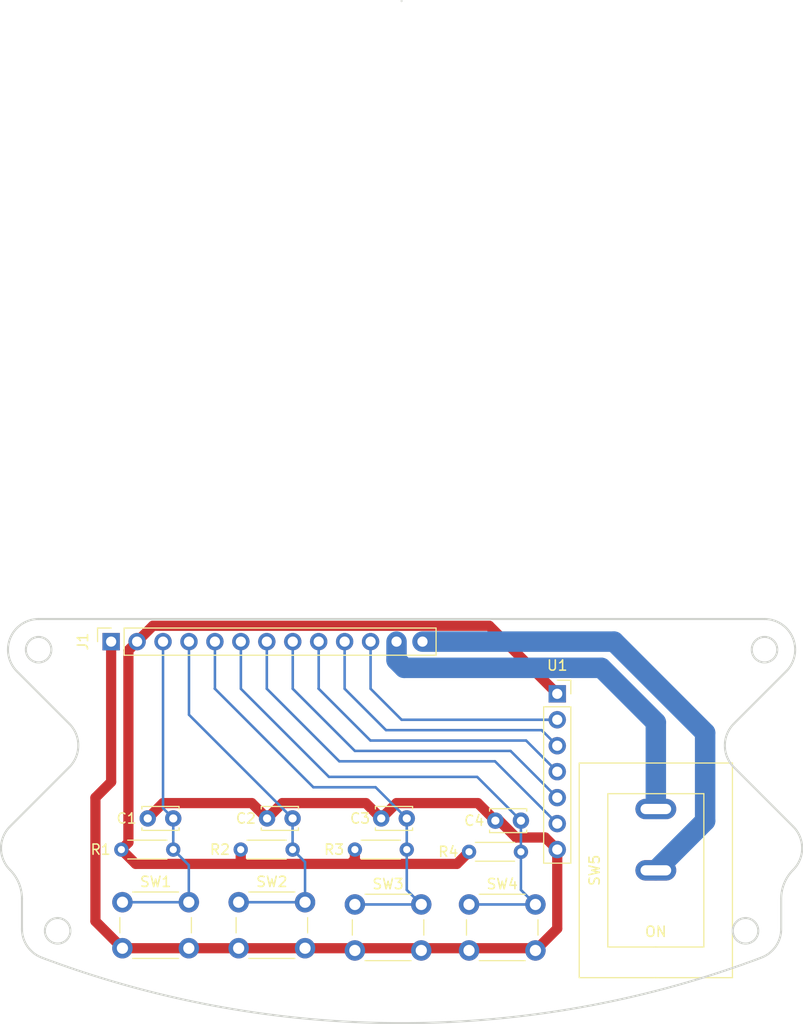
<source format=kicad_pcb>
(kicad_pcb (version 20211014) (generator pcbnew)
  (layers (0 "F.Cu" signal) (31 "B.Cu" signal) (34 "B.Paste" user) (35 "F.Paste" user) (36 "B.SilkS" user "B.Silkscreen") (37 "F.SilkS" user "F.Silkscreen") (38 "B.Mask" user) (39 "F.Mask" user) (44 "Edge.Cuts" user))
  (net 0 "")
  (net 1 "SW1")
  (net 2 "GND")
  (net 3 "SW2")
  (net 4 "SW3")
  (net 5 "SW4")
  (net 6 "+5V")
  (net 7 "CS")
  (net 8 "RE")
  (net 9 "RS")
  (net 10 "SCLK")
  (net 11 "SDI")
  (net 12 "GND1")
  (net 13 "+7.5V")
  (footprint "Capacitor_THT:C_Disc_D3.4mm_W2.1mm_P2.50mm" (layer "F.Cu") (at 166.116 67.782 180)
    (fp_text reference "C4" (at 4.572 0) (layer "F.SilkS"))
    (fp_text value "C_Small")
    (fp_line (start -0.57 -1.17) (end -0.57 -0.925) (layer "F.SilkS") (width 0.12))
    (fp_line (start -0.57 1.17) (end 3.07 1.17) (layer "F.SilkS") (width 0.12))
    (fp_line (start 3.07 0.925) (end 3.07 1.17) (layer "F.SilkS") (width 0.12))
    (fp_line (start -0.57 -1.17) (end 3.07 -1.17) (layer "F.SilkS") (width 0.12))
    (fp_line (start 3.07 -1.17) (end 3.07 -0.925) (layer "F.SilkS") (width 0.12))
    (fp_line (start -0.57 0.925) (end -0.57 1.17) (layer "F.SilkS") (width 0.12))
    (pad "1" thru_hole circle (at 0 0 180) (size 1.6 1.6) (drill 0.8) (layers *.Cu *.Mask) (net 5 "SW4"))
    (pad "2" thru_hole circle (at 2.5 0 180) (size 1.6 1.6) (drill 0.8) (layers *.Cu *.Mask) (net 2 "GND"))
  )
  (footprint "Button_Switch_THT:SW_PUSH_6mm" (layer "F.Cu") (at 149.86 75.982)
    (fp_text reference "SW3" (at 3.25 -2) (layer "F.SilkS"))
    (fp_text value "SW_Push")
    (fp_line (start 1 5.5) (end 5.5 5.5) (layer "F.SilkS") (width 0.12))
    (fp_line (start 6.75 3) (end 6.75 1.5) (layer "F.SilkS") (width 0.12))
    (fp_line (start 5.5 -1) (end 1 -1) (layer "F.SilkS") (width 0.12))
    (fp_line (start -0.25 1.5) (end -0.25 3) (layer "F.SilkS") (width 0.12))
    (pad "1" thru_hole circle (at 0 0 90) (size 2 2) (drill 1.1) (layers *.Cu *.Mask) (net 4 "SW3"))
    (pad "1" thru_hole circle (at 6.5 0 90) (size 2 2) (drill 1.1) (layers *.Cu *.Mask) (net 4 "SW3"))
    (pad "2" thru_hole circle (at 0 4.5 90) (size 2 2) (drill 1.1) (layers *.Cu *.Mask) (net 2 "GND"))
    (pad "2" thru_hole circle (at 6.5 4.5 90) (size 2 2) (drill 1.1) (layers *.Cu *.Mask) (net 2 "GND"))
  )
  (footprint "Resistor_THT:R_Axial_DIN0204_L3.6mm_D1.6mm_P5.08mm_Horizontal" (layer "F.Cu") (at 138.684 70.612)
    (fp_text reference "R2" (at -2.032 0) (layer "F.SilkS"))
    (fp_text value "R")
    (fp_line (start 0.62 0.92) (end 4.46 0.92) (layer "F.SilkS") (width 0.12))
    (fp_line (start 0.62 -0.92) (end 4.46 -0.92) (layer "F.SilkS") (width 0.12))
    (pad "1" thru_hole circle (at 0 0) (size 1.4 1.4) (drill 0.7) (layers *.Cu *.Mask) (net 6 "+5V"))
    (pad "2" thru_hole oval (at 5.08 0) (size 1.4 1.4) (drill 0.7) (layers *.Cu *.Mask) (net 3 "SW2"))
  )
  (footprint "Resistor_THT:R_Axial_DIN0204_L3.6mm_D1.6mm_P5.08mm_Horizontal" (layer "F.Cu") (at 149.86 70.612)
    (fp_text reference "R3" (at -2.032 0) (layer "F.SilkS"))
    (fp_text value "R")
    (fp_line (start 0.62 -0.92) (end 4.46 -0.92) (layer "F.SilkS") (width 0.12))
    (fp_line (start 0.62 0.92) (end 4.46 0.92) (layer "F.SilkS") (width 0.12))
    (pad "1" thru_hole circle (at 0 0) (size 1.4 1.4) (drill 0.7) (layers *.Cu *.Mask) (net 6 "+5V"))
    (pad "2" thru_hole oval (at 5.08 0) (size 1.4 1.4) (drill 0.7) (layers *.Cu *.Mask) (net 4 "SW3"))
  )
  (footprint "Button_Switch_THT:SW_PUSH_6mm" (layer "F.Cu") (at 138.482 75.764)
    (fp_text reference "SW2" (at 3.25 -2) (layer "F.SilkS"))
    (fp_text value "SW_Push")
    (fp_line (start 6.75 3) (end 6.75 1.5) (layer "F.SilkS") (width 0.12))
    (fp_line (start 1 5.5) (end 5.5 5.5) (layer "F.SilkS") (width 0.12))
    (fp_line (start 5.5 -1) (end 1 -1) (layer "F.SilkS") (width 0.12))
    (fp_line (start -0.25 1.5) (end -0.25 3) (layer "F.SilkS") (width 0.12))
    (pad "1" thru_hole circle (at 0 0 90) (size 2 2) (drill 1.1) (layers *.Cu *.Mask) (net 3 "SW2"))
    (pad "1" thru_hole circle (at 6.5 0 90) (size 2 2) (drill 1.1) (layers *.Cu *.Mask) (net 3 "SW2"))
    (pad "2" thru_hole circle (at 0 4.5 90) (size 2 2) (drill 1.1) (layers *.Cu *.Mask) (net 2 "GND"))
    (pad "2" thru_hole circle (at 6.5 4.5 90) (size 2 2) (drill 1.1) (layers *.Cu *.Mask) (net 2 "GND"))
  )
  (footprint "Resistor_THT:R_Axial_DIN0204_L3.6mm_D1.6mm_P5.08mm_Horizontal" (layer "F.Cu") (at 161.036 70.83)
    (fp_text reference "R4" (at -2.032 0) (layer "F.SilkS"))
    (fp_text value "R")
    (fp_line (start 0.62 -0.92) (end 4.46 -0.92) (layer "F.SilkS") (width 0.12))
    (fp_line (start 0.62 0.92) (end 4.46 0.92) (layer "F.SilkS") (width 0.12))
    (pad "1" thru_hole circle (at 0 0) (size 1.4 1.4) (drill 0.7) (layers *.Cu *.Mask) (net 6 "+5V"))
    (pad "2" thru_hole oval (at 5.08 0) (size 1.4 1.4) (drill 0.7) (layers *.Cu *.Mask) (net 5 "SW4"))
  )
  (footprint "Connector_PinSocket_2.54mm:PinSocket_1x07_P2.54mm_Vertical" (layer "F.Cu") (at 169.672 55.372)
    (fp_text reference "U1" (at 0 -2.77) (layer "F.SilkS"))
    (fp_text value "LCD_Module")
    (fp_line (start -1.33 1.27) (end 1.33 1.27) (layer "F.SilkS") (width 0.12))
    (fp_line (start 1.33 1.27) (end 1.33 16.57) (layer "F.SilkS") (width 0.12))
    (fp_line (start -1.33 16.57) (end 1.33 16.57) (layer "F.SilkS") (width 0.12))
    (fp_line (start 0 -1.33) (end 1.33 -1.33) (layer "F.SilkS") (width 0.12))
    (fp_line (start 1.33 -1.33) (end 1.33 0) (layer "F.SilkS") (width 0.12))
    (fp_line (start -1.33 1.27) (end -1.33 16.57) (layer "F.SilkS") (width 0.12))
    (pad "1" thru_hole rect (at 0 0) (size 1.7 1.7) (drill 1) (layers *.Cu *.Mask) (net 6 "+5V"))
    (pad "2" thru_hole oval (at 0 2.54) (size 1.7 1.7) (drill 1) (layers *.Cu *.Mask) (net 7 "CS"))
    (pad "3" thru_hole oval (at 0 5.08) (size 1.7 1.7) (drill 1) (layers *.Cu *.Mask) (net 8 "RE"))
    (pad "4" thru_hole oval (at 0 7.62) (size 1.7 1.7) (drill 1) (layers *.Cu *.Mask) (net 9 "RS"))
    (pad "5" thru_hole oval (at 0 10.16) (size 1.7 1.7) (drill 1) (layers *.Cu *.Mask) (net 10 "SCLK"))
    (pad "6" thru_hole oval (at 0 12.7) (size 1.7 1.7) (drill 1) (layers *.Cu *.Mask) (net 11 "SDI"))
    (pad "7" thru_hole oval (at 0 15.24) (size 1.7 1.7) (drill 1) (layers *.Cu *.Mask) (net 2 "GND"))
  )
  (footprint "Connector_PinSocket_2.54mm:PinSocket_1x13_P2.54mm_Vertical" (layer "F.Cu") (at 125.999 50.267 90)
    (fp_text reference "J1" (at 0 -2.77 90) (layer "F.SilkS"))
    (fp_text value "Conn_01x13_Female")
    (fp_line (start 1.33 -1.33) (end 1.33 0) (layer "F.SilkS") (width 0.12))
    (fp_line (start 1.33 1.27) (end 1.33 31.81) (layer "F.SilkS") (width 0.12))
    (fp_line (start -1.33 1.27) (end 1.33 1.27) (layer "F.SilkS") (width 0.12))
    (fp_line (start 0 -1.33) (end 1.33 -1.33) (layer "F.SilkS") (width 0.12))
    (fp_line (start -1.33 31.81) (end 1.33 31.81) (layer "F.SilkS") (width 0.12))
    (fp_line (start -1.33 1.27) (end -1.33 31.81) (layer "F.SilkS") (width 0.12))
    (pad "1" thru_hole rect (at 0 0 90) (size 1.7 1.7) (drill 1) (layers *.Cu *.Mask) (net 2 "GND"))
    (pad "2" thru_hole oval (at 0 2.54 90) (size 1.7 1.7) (drill 1) (layers *.Cu *.Mask) (net 6 "+5V"))
    (pad "3" thru_hole oval (at 0 5.08 90) (size 1.7 1.7) (drill 1) (layers *.Cu *.Mask) (net 1 "SW1"))
    (pad "4" thru_hole oval (at 0 7.62 90) (size 1.7 1.7) (drill 1) (layers *.Cu *.Mask) (net 3 "SW2"))
    (pad "5" thru_hole oval (at 0 10.16 90) (size 1.7 1.7) (drill 1) (layers *.Cu *.Mask) (net 4 "SW3"))
    (pad "6" thru_hole oval (at 0 12.7 90) (size 1.7 1.7) (drill 1) (layers *.Cu *.Mask) (net 5 "SW4"))
    (pad "7" thru_hole oval (at 0 15.24 90) (size 1.7 1.7) (drill 1) (layers *.Cu *.Mask) (net 11 "SDI"))
    (pad "8" thru_hole oval (at 0 17.78 90) (size 1.7 1.7) (drill 1) (layers *.Cu *.Mask) (net 10 "SCLK"))
    (pad "9" thru_hole oval (at 0 20.32 90) (size 1.7 1.7) (drill 1) (layers *.Cu *.Mask) (net 9 "RS"))
    (pad "10" thru_hole oval (at 0 22.86 90) (size 1.7 1.7) (drill 1) (layers *.Cu *.Mask) (net 8 "RE"))
    (pad "11" thru_hole oval (at 0 25.4 90) (size 1.7 1.7) (drill 1) (layers *.Cu *.Mask) (net 7 "CS"))
    (pad "12" thru_hole oval (at 0 27.94 90) (size 1.7 1.7) (drill 1) (layers *.Cu *.Mask) (net 12 "GND1"))
    (pad "13" thru_hole oval (at 0 30.48 90) (size 1.7 1.7) (drill 1) (layers *.Cu *.Mask) (net 13 "+7.5V"))
  )
  (footprint "Capacitor_THT:C_Disc_D3.4mm_W2.1mm_P2.50mm" (layer "F.Cu") (at 132.08 67.564 180)
    (fp_text reference "C1" (at 4.572 0) (layer "F.SilkS"))
    (fp_text value "C_Small")
    (fp_line (start 3.07 -1.17) (end 3.07 -0.925) (layer "F.SilkS") (width 0.12))
    (fp_line (start -0.57 0.925) (end -0.57 1.17) (layer "F.SilkS") (width 0.12))
    (fp_line (start -0.57 -1.17) (end -0.57 -0.925) (layer "F.SilkS") (width 0.12))
    (fp_line (start 3.07 0.925) (end 3.07 1.17) (layer "F.SilkS") (width 0.12))
    (fp_line (start -0.57 -1.17) (end 3.07 -1.17) (layer "F.SilkS") (width 0.12))
    (fp_line (start -0.57 1.17) (end 3.07 1.17) (layer "F.SilkS") (width 0.12))
    (pad "1" thru_hole circle (at 0 0 180) (size 1.6 1.6) (drill 0.8) (layers *.Cu *.Mask) (net 1 "SW1"))
    (pad "2" thru_hole circle (at 2.5 0 180) (size 1.6 1.6) (drill 0.8) (layers *.Cu *.Mask) (net 2 "GND"))
  )
  (footprint "Button_Switch_THT:SW_PUSH_6mm" (layer "F.Cu") (at 161.036 75.982)
    (fp_text reference "SW4" (at 3.25 -2) (layer "F.SilkS"))
    (fp_text value "SW_Push")
    (fp_line (start 1 5.5) (end 5.5 5.5) (layer "F.SilkS") (width 0.12))
    (fp_line (start 6.75 3) (end 6.75 1.5) (layer "F.SilkS") (width 0.12))
    (fp_line (start 5.5 -1) (end 1 -1) (layer "F.SilkS") (width 0.12))
    (fp_line (start -0.25 1.5) (end -0.25 3) (layer "F.SilkS") (width 0.12))
    (pad "1" thru_hole circle (at 0 0 90) (size 2 2) (drill 1.1) (layers *.Cu *.Mask) (net 5 "SW4"))
    (pad "1" thru_hole circle (at 6.5 0 90) (size 2 2) (drill 1.1) (layers *.Cu *.Mask) (net 5 "SW4"))
    (pad "2" thru_hole circle (at 0 4.5 90) (size 2 2) (drill 1.1) (layers *.Cu *.Mask) (net 2 "GND"))
    (pad "2" thru_hole circle (at 6.5 4.5 90) (size 2 2) (drill 1.1) (layers *.Cu *.Mask) (net 2 "GND"))
  )
  (footprint "Button_Switch_THT:SW_PUSH_6mm" (layer "F.Cu") (at 127.104 75.764)
    (fp_text reference "SW1" (at 3.25 -2) (layer "F.SilkS"))
    (fp_text value "SW_Push")
    (fp_line (start 1 5.5) (end 5.5 5.5) (layer "F.SilkS") (width 0.12))
    (fp_line (start 6.75 3) (end 6.75 1.5) (layer "F.SilkS") (width 0.12))
    (fp_line (start 5.5 -1) (end 1 -1) (layer "F.SilkS") (width 0.12))
    (fp_line (start -0.25 1.5) (end -0.25 3) (layer "F.SilkS") (width 0.12))
    (pad "1" thru_hole circle (at 0 0 90) (size 2 2) (drill 1.1) (layers *.Cu *.Mask) (net 1 "SW1"))
    (pad "1" thru_hole circle (at 6.5 0 90) (size 2 2) (drill 1.1) (layers *.Cu *.Mask) (net 1 "SW1"))
    (pad "2" thru_hole circle (at 0 4.5 90) (size 2 2) (drill 1.1) (layers *.Cu *.Mask) (net 2 "GND"))
    (pad "2" thru_hole circle (at 6.5 4.5 90) (size 2 2) (drill 1.1) (layers *.Cu *.Mask) (net 2 "GND"))
  )
  (footprint "Capacitor_THT:C_Disc_D3.4mm_W2.1mm_P2.50mm" (layer "F.Cu") (at 143.764 67.564 180)
    (fp_text reference "C2" (at 4.572 0) (layer "F.SilkS"))
    (fp_text value "C_Small")
    (fp_line (start -0.57 -1.17) (end 3.07 -1.17) (layer "F.SilkS") (width 0.12))
    (fp_line (start 3.07 -1.17) (end 3.07 -0.925) (layer "F.SilkS") (width 0.12))
    (fp_line (start 3.07 0.925) (end 3.07 1.17) (layer "F.SilkS") (width 0.12))
    (fp_line (start -0.57 1.17) (end 3.07 1.17) (layer "F.SilkS") (width 0.12))
    (fp_line (start -0.57 -1.17) (end -0.57 -0.925) (layer "F.SilkS") (width 0.12))
    (fp_line (start -0.57 0.925) (end -0.57 1.17) (layer "F.SilkS") (width 0.12))
    (pad "1" thru_hole circle (at 0 0 180) (size 1.6 1.6) (drill 0.8) (layers *.Cu *.Mask) (net 3 "SW2"))
    (pad "2" thru_hole circle (at 2.5 0 180) (size 1.6 1.6) (drill 0.8) (layers *.Cu *.Mask) (net 2 "GND"))
  )
  (footprint "Capacitor_THT:C_Disc_D3.4mm_W2.1mm_P2.50mm" (layer "F.Cu") (at 154.94 67.564 180)
    (fp_text reference "C3" (at 4.572 0) (layer "F.SilkS"))
    (fp_text value "C_Small")
    (fp_line (start -0.57 -1.17) (end -0.57 -0.925) (layer "F.SilkS") (width 0.12))
    (fp_line (start -0.57 0.925) (end -0.57 1.17) (layer "F.SilkS") (width 0.12))
    (fp_line (start -0.57 1.17) (end 3.07 1.17) (layer "F.SilkS") (width 0.12))
    (fp_line (start -0.57 -1.17) (end 3.07 -1.17) (layer "F.SilkS") (width 0.12))
    (fp_line (start 3.07 0.925) (end 3.07 1.17) (layer "F.SilkS") (width 0.12))
    (fp_line (start 3.07 -1.17) (end 3.07 -0.925) (layer "F.SilkS") (width 0.12))
    (pad "1" thru_hole circle (at 0 0 180) (size 1.6 1.6) (drill 0.8) (layers *.Cu *.Mask) (net 4 "SW3"))
    (pad "2" thru_hole circle (at 2.5 0 180) (size 1.6 1.6) (drill 0.8) (layers *.Cu *.Mask) (net 2 "GND"))
  )
  (footprint "Resistor_THT:R_Axial_DIN0204_L3.6mm_D1.6mm_P5.08mm_Horizontal" (layer "F.Cu") (at 127 70.612)
    (fp_text reference "R1" (at -2.032 0) (layer "F.SilkS"))
    (fp_text value "R")
    (fp_line (start 0.62 0.92) (end 4.46 0.92) (layer "F.SilkS") (width 0.12))
    (fp_line (start 0.62 -0.92) (end 4.46 -0.92) (layer "F.SilkS") (width 0.12))
    (pad "1" thru_hole circle (at 0 0) (size 1.4 1.4) (drill 0.7) (layers *.Cu *.Mask) (net 6 "+5V"))
    (pad "2" thru_hole oval (at 5.08 0) (size 1.4 1.4) (drill 0.7) (layers *.Cu *.Mask) (net 1 "SW1"))
  )
  (footprint "Lib:DS-850k" (layer "F.Cu") (at 179.324 72.644 -90)
    (fp_text reference "SW5" (at 0 6 90) (layer "F.SilkS"))
    (fp_text value "SW_DIP_x01")
    (fp_text user "ON" (at 6 0) (layer "F.SilkS"))
    (fp_line (start 10.5 7.5) (end 10.5 0) (layer "F.SilkS") (width 0.12))
    (fp_line (start 7.5 0) (end 7.5 -4.7) (layer "F.SilkS") (width 0.12))
    (fp_line (start -7.5 -4.7) (end -7.5 4.7) (layer "F.SilkS") (width 0.12))
    (fp_line (start 7.5 -4.7) (end -7.5 -4.7) (layer "F.SilkS") (width 0.12))
    (fp_line (start 10.5 -7.5) (end -10.5 -7.5) (layer "F.SilkS") (width 0.12))
    (fp_line (start 7.5 4.7) (end 7.5 0) (layer "F.SilkS") (width 0.12))
    (fp_line (start -10.5 7.5) (end 10.5 7.5) (layer "F.SilkS") (width 0.12))
    (fp_line (start 10.5 0) (end 10.5 -7.5) (layer "F.SilkS") (width 0.12))
    (fp_line (start -10.5 -7.5) (end -10.5 7.5) (layer "F.SilkS") (width 0.12))
    (fp_line (start -7.5 4.7) (end 7.5 4.7) (layer "F.SilkS") (width 0.12))
    (pad "1" thru_hole oval locked (at 0 0) (size 4 2) (drill oval 3 1) (layers *.Cu *.Mask) (net 13 "+7.5V"))
    (pad "2" thru_hole oval locked (at -6 0) (size 4 2) (drill oval 3 1) (layers *.Cu *.Mask) (net 12 "GND1"))
  )
  (gr_arc (start 186.958912 62.545344) (mid 186.080233 60.424024) (end 186.958912 58.302703) (layer "Edge.Cuts") (width 0.2))
  (gr_arc (start 116.096889 72.596184) (mid 115.218209 70.474864) (end 116.096889 68.353543) (layer "Edge.Cuts") (width 0.2))
  (gr_circle (center 154.432 -12.407975) (end 154.532 -12.407975) (layer "Edge.Cuts") (width 0.0001) (fill solid))
  (gr_arc (start 121.905088 58.302703) (mid 122.783768 60.424024) (end 121.905088 62.545344) (layer "Edge.Cuts") (width 0.2))
  (gr_arc (start 191.595538 75.424611) (mid 191.900027 73.893882) (end 192.767111 72.596184) (layer "Edge.Cuts") (width 0.2))
  (gr_arc (start 189.964116 48.054859) (mid 192.735755 49.906807) (end 192.085436 53.176179) (layer "Edge.Cuts") (width 0.2))
  (gr_line (start 191.595538 78.376675) (end 191.595538 75.424611) (layer "Edge.Cuts") (width 0.2))
  (gr_circle (center 189.964116 51.054859) (end 191.214116 51.054859) (layer "Edge.Cuts") (width 0.2) (fill none))
  (gr_arc (start 189.652142 81.184448) (mid 154.432 87.592025) (end 119.211858 81.184448) (layer "Edge.Cuts") (width 0.2))
  (gr_line (start 186.958912 58.302703) (end 192.085436 53.176179) (layer "Edge.Cuts") (width 0.2))
  (gr_line (start 121.905088 62.545344) (end 116.096889 68.353543) (layer "Edge.Cuts") (width 0.2))
  (gr_line (start 117.268462 75.424611) (end 117.268462 78.376675) (layer "Edge.Cuts") (width 0.2))
  (gr_arc (start 191.595538 78.376675) (mid 191.062321 80.084069) (end 189.652142 81.184448) (layer "Edge.Cuts") (width 0.2))
  (gr_arc (start 116.778564 53.176179) (mid 116.128246 49.906809) (end 118.899884 48.054859) (layer "Edge.Cuts") (width 0.2))
  (gr_line (start 189.964116 48.054859) (end 118.899884 48.054859) (layer "Edge.Cuts") (width 0.2))
  (gr_line (start 116.778564 53.176179) (end 121.905088 58.302703) (layer "Edge.Cuts") (width 0.2))
  (gr_circle (center 118.899884 51.054859) (end 120.149884 51.054859) (layer "Edge.Cuts") (width 0.2) (fill none))
  (gr_circle (center 188.103484 78.560323) (end 189.353484 78.560323) (layer "Edge.Cuts") (width 0.2) (fill none))
  (gr_line (start 192.767111 68.353543) (end 186.958912 62.545344) (layer "Edge.Cuts") (width 0.2))
  (gr_arc (start 192.767111 68.353543) (mid 193.645792 70.474864) (end 192.767111 72.596184) (layer "Edge.Cuts") (width 0.2))
  (gr_arc (start 119.211858 81.184448) (mid 117.801702 80.08404) (end 117.268462 78.376675) (layer "Edge.Cuts") (width 0.2))
  (gr_circle (center 120.760516 78.560323) (end 122.010516 78.560323) (layer "Edge.Cuts") (width 0.2) (fill none))
  (gr_arc (start 116.096889 72.596184) (mid 116.96398 73.893877) (end 117.268462 75.424611) (layer "Edge.Cuts") (width 0.2))
  (segment (start 127.104 75.764) (end 133.604 75.764) (width 0.25) (layer "B.Cu") (net 1))
  (segment (start 131.079 66.563) (end 132.08 67.564) (width 0.25) (layer "B.Cu") (net 1))
  (segment (start 133.604 75.764) (end 133.604 72.136) (width 0.25) (layer "B.Cu") (net 1))
  (segment (start 133.604 72.136) (end 132.08 70.612) (width 0.25) (layer "B.Cu") (net 1))
  (segment (start 131.079 50.267) (end 131.079 66.563) (width 0.25) (layer "B.Cu") (net 1))
  (segment (start 132.08 67.564) (end 132.08 70.612) (width 0.25) (layer "B.Cu") (net 1))
  (segment (start 142.763511 66.064489) (end 150.940489 66.064489) (width 1) (layer "F.Cu") (net 2))
  (segment (start 163.99537 67.782) (end 165.643859 69.430489) (width 1) (layer "F.Cu") (net 2))
  (segment (start 133.604 80.264) (end 167.318 80.264) (width 0.25) (layer "F.Cu") (net 2))
  (segment (start 141.264 67.564) (end 142.763511 66.064489) (width 1) (layer "F.Cu") (net 2))
  (segment (start 124.46 65.532) (end 124.46 77.62) (width 1) (layer "F.Cu") (net 2))
  (segment (start 150.940489 66.064489) (end 152.44 67.564) (width 1) (layer "F.Cu") (net 2))
  (segment (start 139.764489 66.064489) (end 141.264 67.564) (width 1) (layer "F.Cu") (net 2))
  (segment (start 163.616 67.782) (end 163.99537 67.782) (width 1) (layer "F.Cu") (net 2))
  (segment (start 169.672 70.612) (end 169.672 78.346) (width 1) (layer "F.Cu") (net 2))
  (segment (start 125.999 50.267) (end 125.999 63.993) (width 1) (layer "F.Cu") (net 2))
  (segment (start 169.672 78.346) (end 167.536 80.482) (width 1) (layer "F.Cu") (net 2))
  (segment (start 165.643859 69.430489) (end 168.490489 69.430489) (width 1) (layer "F.Cu") (net 2))
  (segment (start 168.490489 69.430489) (end 169.672 70.612) (width 1) (layer "F.Cu") (net 2))
  (segment (start 125.999 50.267) (end 125.975489 50.290511) (width 0.25) (layer "F.Cu") (net 2))
  (segment (start 127.104 80.264) (end 133.604 80.264) (width 0.25) (layer "F.Cu") (net 2))
  (segment (start 129.58 67.564) (end 131.079511 66.064489) (width 1) (layer "F.Cu") (net 2))
  (segment (start 167.318 80.264) (end 167.536 80.482) (width 1) (layer "F.Cu") (net 2))
  (segment (start 153.939511 66.064489) (end 161.898489 66.064489) (width 1) (layer "F.Cu") (net 2))
  (segment (start 125.999 63.993) (end 124.46 65.532) (width 1) (layer "F.Cu") (net 2))
  (segment (start 161.898489 66.064489) (end 163.616 67.782) (width 1) (layer "F.Cu") (net 2))
  (segment (start 163.616 67.782) (end 164.516878 67.782) (width 0.25) (layer "F.Cu") (net 2))
  (segment (start 131.079511 66.064489) (end 139.764489 66.064489) (width 1) (layer "F.Cu") (net 2))
  (segment (start 152.44 67.564) (end 153.939511 66.064489) (width 1) (layer "F.Cu") (net 2))
  (segment (start 124.46 77.62) (end 127.104 80.264) (width 1) (layer "F.Cu") (net 2))
  (segment (start 125.999 50.267) (end 125.779489 50.486511) (width 0.25) (layer "F.Cu") (net 2))
  (segment (start 127.104 80.264) (end 167.318 80.264) (width 1) (layer "F.Cu") (net 2))
  (segment (start 138.482 75.764) (end 144.982 75.764) (width 0.25) (layer "B.Cu") (net 3))
  (segment (start 144.982 75.764) (end 144.982 71.83) (width 0.25) (layer "B.Cu") (net 3))
  (segment (start 133.619 57.419) (end 133.619 50.267) (width 0.25) (layer "B.Cu") (net 3))
  (segment (start 144.982 71.83) (end 143.764 70.612) (width 0.25) (layer "B.Cu") (net 3))
  (segment (start 143.764 70.612) (end 143.764 67.564) (width 0.25) (layer "B.Cu") (net 3))
  (segment (start 143.764 67.564) (end 133.619 57.419) (width 0.25) (layer "B.Cu") (net 3))
  (segment (start 145.796 64.516) (end 136.144 54.864) (width 0.25) (layer "B.Cu") (net 4))
  (segment (start 154.94 70.612) (end 154.94 67.564) (width 0.25) (layer "B.Cu") (net 4))
  (segment (start 136.159 54.849) (end 136.159 50.267) (width 0.25) (layer "B.Cu") (net 4))
  (segment (start 154.94 67.564) (end 151.892 64.516) (width 0.25) (layer "B.Cu") (net 4))
  (segment (start 136.144 54.864) (end 136.159 54.849) (width 0.25) (layer "B.Cu") (net 4))
  (segment (start 151.892 64.516) (end 145.796 64.516) (width 0.25) (layer "B.Cu") (net 4))
  (segment (start 149.86 75.982) (end 156.36 75.982) (width 0.25) (layer "B.Cu") (net 4))
  (segment (start 156.36 75.982) (end 154.94 74.562) (width 0.25) (layer "B.Cu") (net 4))
  (segment (start 154.94 74.562) (end 154.94 70.612) (width 0.25) (layer "B.Cu") (net 4))
  (segment (start 147.32 63.5) (end 138.699 54.879) (width 0.25) (layer "B.Cu") (net 5))
  (segment (start 166.116 70.83) (end 166.116 67.782) (width 0.25) (layer "B.Cu") (net 5))
  (segment (start 166.116 67.782) (end 161.834 63.5) (width 0.25) (layer "B.Cu") (net 5))
  (segment (start 166.116 74.562) (end 166.116 70.83) (width 0.25) (layer "B.Cu") (net 5))
  (segment (start 161.036 75.982) (end 167.536 75.982) (width 0.25) (layer "B.Cu") (net 5))
  (segment (start 161.834 63.5) (end 147.32 63.5) (width 0.25) (layer "B.Cu") (net 5))
  (segment (start 138.699 54.879) (end 138.699 50.267) (width 0.25) (layer "B.Cu") (net 5))
  (segment (start 167.536 75.982) (end 166.116 74.562) (width 0.25) (layer "B.Cu") (net 5))
  (segment (start 163.017489 48.717489) (end 169.672 55.372) (width 1) (layer "F.Cu") (net 6))
  (segment (start 138.684 70.612) (end 138.684 71.573022) (width 1) (layer "F.Cu") (net 6))
  (segment (start 128.539 50.267) (end 130.088511 48.717489) (width 1) (layer "F.Cu") (net 6))
  (segment (start 149.86 70.612) (end 149.86 71.628) (width 0.25) (layer "F.Cu") (net 6))
  (segment (start 138.402511 71.854511) (end 149.578511 71.854511) (width 0.25) (layer "F.Cu") (net 6))
  (segment (start 149.578511 71.854511) (end 150.086511 71.854511) (width 0.25) (layer "F.Cu") (net 6))
  (segment (start 128.399511 72.011511) (end 159.854489 72.011511) (width 1) (layer "F.Cu") (net 6))
  (segment (start 127.689 69.923) (end 127 70.612) (width 1) (layer "F.Cu") (net 6))
  (segment (start 128.539 50.267) (end 127.689 51.117) (width 1) (layer "F.Cu") (net 6))
  (segment (start 159.854489 72.011511) (end 161.036 70.83) (width 1) (layer "F.Cu") (net 6))
  (segment (start 160.011489 71.854511) (end 161.036 70.83) (width 0.25) (layer "F.Cu") (net 6))
  (segment (start 150.086511 71.854511) (end 160.011489 71.854511) (width 0.25) (layer "F.Cu") (net 6))
  (segment (start 138.684 71.573022) (end 138.402511 71.854511) (width 0.25) (layer "F.Cu") (net 6))
  (segment (start 149.86 70.612) (end 149.86 71.573022) (width 1) (layer "F.Cu") (net 6))
  (segment (start 128.242511 71.854511) (end 138.402511 71.854511) (width 0.25) (layer "F.Cu") (net 6))
  (segment (start 127 70.612) (end 128.399511 72.011511) (width 1) (layer "F.Cu") (net 6))
  (segment (start 127.689 51.117) (end 127.689 69.923) (width 1) (layer "F.Cu") (net 6))
  (segment (start 130.088511 48.717489) (end 163.017489 48.717489) (width 1) (layer "F.Cu") (net 6))
  (segment (start 149.86 71.573022) (end 149.578511 71.854511) (width 1) (layer "F.Cu") (net 6))
  (segment (start 149.86 71.628) (end 150.086511 71.854511) (width 0.25) (layer "F.Cu") (net 6))
  (segment (start 127 70.612) (end 128.242511 71.854511) (width 0.25) (layer "F.Cu") (net 6))
  (segment (start 151.399 54.879) (end 154.432 57.912) (width 0.25) (layer "B.Cu") (net 7))
  (segment (start 154.432 57.912) (end 169.672 57.912) (width 0.25) (layer "B.Cu") (net 7))
  (segment (start 151.399 50.267) (end 151.399 54.879) (width 0.25) (layer "B.Cu") (net 7))
  (segment (start 152.908 58.928) (end 168.148 58.928) (width 0.25) (layer "B.Cu") (net 8))
  (segment (start 168.148 58.928) (end 169.672 60.452) (width 0.25) (layer "B.Cu") (net 8))
  (segment (start 148.859 50.267) (end 148.859 54.879) (width 0.25) (layer "B.Cu") (net 8))
  (segment (start 148.859 54.879) (end 152.908 58.928) (width 0.25) (layer "B.Cu") (net 8))
  (segment (start 146.304 54.864) (end 151.384 59.944) (width 0.25) (layer "B.Cu") (net 9))
  (segment (start 146.319 54.849) (end 146.304 54.864) (width 0.25) (layer "B.Cu") (net 9))
  (segment (start 166.624 59.944) (end 169.672 62.992) (width 0.25) (layer "B.Cu") (net 9))
  (segment (start 151.384 59.944) (end 166.624 59.944) (width 0.25) (layer "B.Cu") (net 9))
  (segment (start 146.319 50.267) (end 146.319 54.849) (width 0.25) (layer "B.Cu") (net 9))
  (segment (start 169.672 65.532) (end 165.1 60.96) (width 0.25) (layer "B.Cu") (net 10))
  (segment (start 143.779 54.879) (end 143.779 50.267) (width 0.25) (layer "B.Cu") (net 10))
  (segment (start 149.86 60.96) (end 143.779 54.879) (width 0.25) (layer "B.Cu") (net 10))
  (segment (start 165.1 60.96) (end 149.86 60.96) (width 0.25) (layer "B.Cu") (net 10))
  (segment (start 148.336 61.976) (end 163.576 61.976) (width 0.25) (layer "B.Cu") (net 11))
  (segment (start 141.239 50.267) (end 141.239 54.879) (width 0.25) (layer "B.Cu") (net 11))
  (segment (start 163.576 61.976) (end 169.672 68.072) (width 0.25) (layer "B.Cu") (net 11))
  (segment (start 141.239 54.879) (end 148.336 61.976) (width 0.25) (layer "B.Cu") (net 11))
  (segment (start 154.686 52.832) (end 173.99 52.832) (width 2) (layer "B.Cu") (net 12))
  (segment (start 153.939 52.085) (end 154.686 52.832) (width 2) (layer "B.Cu") (net 12))
  (segment (start 153.939 50.267) (end 153.939 52.085) (width 2) (layer "B.Cu") (net 12))
  (segment (start 179.324 58.166) (end 179.324 66.644) (width 2) (layer "B.Cu") (net 12))
  (segment (start 173.99 52.832) (end 179.324 58.166) (width 2) (layer "B.Cu") (net 12))
  (segment (start 156.479 50.267) (end 175.235 50.267) (width 2) (layer "B.Cu") (net 13))
  (segment (start 175.235 50.267) (end 184.15 59.182) (width 2) (layer "B.Cu") (net 13))
  (segment (start 184.15 59.182) (end 184.15 67.818) (width 2) (layer "B.Cu") (net 13))
  (segment (start 184.15 67.818) (end 179.324 72.644) (width 2) (layer "B.Cu") (net 13))
)
</source>
